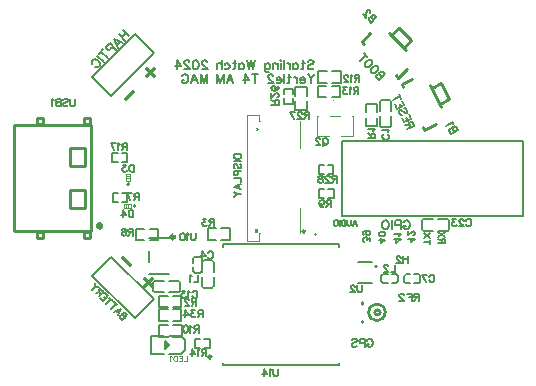
<source format=gbo>
G04 Layer: BottomSilkscreenLayer*
G04 Panelize: , Column: 1, Row: 1, Board Size: 43.14mm x 33.02mm, Panelized Board Size: 43.14mm x 33.02mm*
G04 EasyEDA v6.5.42, 2024-03-19 15:40:22*
G04 eeb97d59e02942aebf3b2853903f826f,9a4ed40c0dd746429eaf55b84663d2fb,10*
G04 Gerber Generator version 0.2*
G04 Scale: 100 percent, Rotated: No, Reflected: No *
G04 Dimensions in millimeters *
G04 leading zeros omitted , absolute positions ,4 integer and 5 decimal *
%FSLAX45Y45*%
%MOMM*%

%ADD10C,0.1270*%
%ADD11C,0.1524*%
%ADD12C,0.3000*%
%ADD13C,0.1000*%
%ADD14C,0.0500*%
%ADD15C,0.1520*%
%ADD16C,0.2540*%
%ADD17C,0.1250*%
%ADD18C,0.0100*%
%ADD19C,0.1500*%
%ADD20C,0.2500*%
%ADD21C,0.0137*%

%LPD*%
D10*
X1209073Y-634337D02*
G01*
X1212253Y-627974D01*
X1218618Y-621609D01*
X1224981Y-618426D01*
X1237708Y-618426D01*
X1244071Y-621609D01*
X1250436Y-627974D01*
X1253616Y-634337D01*
X1256799Y-643882D01*
X1256799Y-659790D01*
X1253616Y-669335D01*
X1250436Y-675700D01*
X1244071Y-682063D01*
X1237708Y-685246D01*
X1224981Y-685246D01*
X1218618Y-682063D01*
X1212253Y-675700D01*
X1209073Y-669335D01*
X1209073Y-659790D01*
X1224981Y-659790D02*
G01*
X1209073Y-659790D01*
X1188072Y-618426D02*
G01*
X1188072Y-685246D01*
X1188072Y-618426D02*
G01*
X1159436Y-618426D01*
X1149891Y-621609D01*
X1146708Y-624791D01*
X1143528Y-631154D01*
X1143528Y-640699D01*
X1146708Y-647064D01*
X1149891Y-650245D01*
X1159436Y-653427D01*
X1188072Y-653427D01*
X1077981Y-627974D02*
G01*
X1084346Y-621609D01*
X1093891Y-618426D01*
X1106617Y-618426D01*
X1116162Y-621609D01*
X1122527Y-627974D01*
X1122527Y-634337D01*
X1119344Y-640699D01*
X1116162Y-643882D01*
X1109799Y-647064D01*
X1090709Y-653427D01*
X1084346Y-656610D01*
X1081163Y-659790D01*
X1077981Y-666155D01*
X1077981Y-675700D01*
X1084346Y-682063D01*
X1093891Y-685246D01*
X1106617Y-685246D01*
X1116162Y-682063D01*
X1122527Y-675700D01*
D11*
X1361099Y1620199D02*
G01*
X1313853Y1572953D01*
X1361099Y1620199D02*
G01*
X1340850Y1640448D01*
X1331851Y1644949D01*
X1327353Y1644949D01*
X1320601Y1642699D01*
X1316103Y1638200D01*
X1313853Y1631449D01*
X1313853Y1626951D01*
X1318351Y1617952D01*
X1338602Y1597703D02*
G01*
X1318351Y1617952D01*
X1309352Y1622450D01*
X1304853Y1622450D01*
X1298102Y1620199D01*
X1291353Y1613451D01*
X1289103Y1606702D01*
X1289103Y1602201D01*
X1293604Y1593202D01*
X1313853Y1572953D01*
X1301254Y1680047D02*
G01*
X1303502Y1673298D01*
X1303502Y1664299D01*
X1301254Y1657548D01*
X1296753Y1648548D01*
X1285504Y1637299D01*
X1276504Y1632800D01*
X1269756Y1630550D01*
X1260756Y1630550D01*
X1254005Y1632800D01*
X1245006Y1641800D01*
X1242755Y1648548D01*
X1242755Y1657548D01*
X1245006Y1664299D01*
X1249507Y1673298D01*
X1260756Y1684548D01*
X1269756Y1689046D01*
X1276504Y1691297D01*
X1285504Y1691297D01*
X1292252Y1689046D01*
X1301254Y1680047D01*
X1250406Y1730895D02*
G01*
X1252656Y1724144D01*
X1252656Y1715145D01*
X1250406Y1708396D01*
X1245905Y1699397D01*
X1234655Y1688147D01*
X1225656Y1683646D01*
X1218907Y1681398D01*
X1209908Y1681398D01*
X1203159Y1683646D01*
X1194158Y1692645D01*
X1191910Y1699397D01*
X1191910Y1708396D01*
X1194158Y1715145D01*
X1198659Y1724144D01*
X1209908Y1735394D01*
X1218907Y1739894D01*
X1225656Y1742145D01*
X1234655Y1742145D01*
X1241407Y1739894D01*
X1250406Y1730895D01*
X1197310Y1783991D02*
G01*
X1150061Y1736745D01*
X1213058Y1768243D02*
G01*
X1181559Y1799742D01*
D10*
X705378Y1728810D02*
G01*
X712650Y1736084D01*
X723559Y1739719D01*
X738106Y1739719D01*
X749015Y1736084D01*
X756287Y1728810D01*
X756287Y1721538D01*
X752650Y1714266D01*
X749015Y1710629D01*
X741740Y1706993D01*
X719924Y1699719D01*
X712650Y1696085D01*
X709015Y1692447D01*
X705378Y1685175D01*
X705378Y1674266D01*
X712650Y1666993D01*
X723559Y1663357D01*
X738106Y1663357D01*
X749015Y1666993D01*
X756287Y1674266D01*
X670468Y1739719D02*
G01*
X670468Y1677903D01*
X666833Y1666993D01*
X659559Y1663357D01*
X652287Y1663357D01*
X681377Y1714266D02*
G01*
X655924Y1714266D01*
X584652Y1714266D02*
G01*
X584652Y1663357D01*
X584652Y1703357D02*
G01*
X591924Y1710629D01*
X599196Y1714266D01*
X610105Y1714266D01*
X617377Y1710629D01*
X624652Y1703357D01*
X628287Y1692447D01*
X628287Y1685175D01*
X624652Y1674266D01*
X617377Y1666993D01*
X610105Y1663357D01*
X599196Y1663357D01*
X591924Y1666993D01*
X584652Y1674266D01*
X560651Y1714266D02*
G01*
X560651Y1663357D01*
X560651Y1692447D02*
G01*
X557014Y1703357D01*
X549742Y1710629D01*
X542470Y1714266D01*
X531561Y1714266D01*
X507560Y1739719D02*
G01*
X507560Y1663357D01*
X483560Y1739719D02*
G01*
X479925Y1736084D01*
X476288Y1739719D01*
X479925Y1743356D01*
X483560Y1739719D01*
X479925Y1714266D02*
G01*
X479925Y1663357D01*
X452288Y1714266D02*
G01*
X452288Y1663357D01*
X452288Y1699719D02*
G01*
X441378Y1710629D01*
X434106Y1714266D01*
X423197Y1714266D01*
X415925Y1710629D01*
X412288Y1699719D01*
X412288Y1663357D01*
X344652Y1714266D02*
G01*
X344652Y1656085D01*
X348288Y1645175D01*
X351924Y1641538D01*
X359196Y1637903D01*
X370105Y1637903D01*
X377377Y1641538D01*
X344652Y1703357D02*
G01*
X351924Y1710629D01*
X359196Y1714266D01*
X370105Y1714266D01*
X377377Y1710629D01*
X384652Y1703357D01*
X388288Y1692447D01*
X388288Y1685175D01*
X384652Y1674266D01*
X377377Y1666993D01*
X370105Y1663357D01*
X359196Y1663357D01*
X351924Y1666993D01*
X344652Y1674266D01*
X264652Y1739719D02*
G01*
X246471Y1663357D01*
X228287Y1739719D02*
G01*
X246471Y1663357D01*
X228287Y1739719D02*
G01*
X210106Y1663357D01*
X191924Y1739719D02*
G01*
X210106Y1663357D01*
X124289Y1714266D02*
G01*
X124289Y1663357D01*
X124289Y1703357D02*
G01*
X131561Y1710629D01*
X138833Y1714266D01*
X149743Y1714266D01*
X157015Y1710629D01*
X164288Y1703357D01*
X167924Y1692447D01*
X167924Y1685175D01*
X164288Y1674266D01*
X157015Y1666993D01*
X149743Y1663357D01*
X138833Y1663357D01*
X131561Y1666993D01*
X124289Y1674266D01*
X89380Y1739719D02*
G01*
X89380Y1677903D01*
X85742Y1666993D01*
X78470Y1663357D01*
X71198Y1663357D01*
X100289Y1714266D02*
G01*
X74833Y1714266D01*
X3561Y1703357D02*
G01*
X10835Y1710629D01*
X18107Y1714266D01*
X29016Y1714266D01*
X36288Y1710629D01*
X43561Y1703357D01*
X47198Y1692447D01*
X47198Y1685175D01*
X43561Y1674266D01*
X36288Y1666993D01*
X29016Y1663357D01*
X18107Y1663357D01*
X10835Y1666993D01*
X3561Y1674266D01*
X-20439Y1739719D02*
G01*
X-20439Y1663357D01*
X-20439Y1699719D02*
G01*
X-31346Y1710629D01*
X-38620Y1714266D01*
X-49529Y1714266D01*
X-56802Y1710629D01*
X-60439Y1699719D01*
X-60439Y1663357D01*
X-144073Y1721538D02*
G01*
X-144073Y1725175D01*
X-147711Y1732447D01*
X-151345Y1736084D01*
X-158620Y1739719D01*
X-173164Y1739719D01*
X-180439Y1736084D01*
X-184073Y1732447D01*
X-187711Y1725175D01*
X-187711Y1717903D01*
X-184073Y1710629D01*
X-176801Y1699719D01*
X-140439Y1663357D01*
X-191345Y1663357D01*
X-237164Y1739719D02*
G01*
X-226255Y1736084D01*
X-218983Y1725175D01*
X-215346Y1706993D01*
X-215346Y1696085D01*
X-218983Y1677903D01*
X-226255Y1666993D01*
X-237164Y1663357D01*
X-244436Y1663357D01*
X-255346Y1666993D01*
X-262620Y1677903D01*
X-266255Y1696085D01*
X-266255Y1706993D01*
X-262620Y1725175D01*
X-255346Y1736084D01*
X-244436Y1739719D01*
X-237164Y1739719D01*
X-293893Y1721538D02*
G01*
X-293893Y1725175D01*
X-297527Y1732447D01*
X-301165Y1736084D01*
X-308437Y1739719D01*
X-322983Y1739719D01*
X-330255Y1736084D01*
X-333893Y1732447D01*
X-337527Y1725175D01*
X-337527Y1717903D01*
X-333893Y1710629D01*
X-326618Y1699719D01*
X-290255Y1663357D01*
X-341165Y1663357D01*
X-401528Y1739719D02*
G01*
X-365165Y1688810D01*
X-419709Y1688810D01*
X-401528Y1739719D02*
G01*
X-401528Y1663357D01*
X766498Y1622422D02*
G01*
X737407Y1586059D01*
X737407Y1546059D01*
X708317Y1622422D02*
G01*
X737407Y1586059D01*
X684316Y1575150D02*
G01*
X640679Y1575150D01*
X640679Y1582422D01*
X644316Y1589696D01*
X647954Y1593331D01*
X655226Y1596969D01*
X666135Y1596969D01*
X673407Y1593331D01*
X680679Y1586059D01*
X684316Y1575150D01*
X684316Y1567878D01*
X680679Y1556969D01*
X673407Y1549696D01*
X666135Y1546059D01*
X655226Y1546059D01*
X647954Y1549696D01*
X640679Y1556969D01*
X616681Y1596969D02*
G01*
X616681Y1546059D01*
X616681Y1575150D02*
G01*
X613044Y1586059D01*
X605772Y1593331D01*
X598498Y1596969D01*
X587588Y1596969D01*
X552681Y1622422D02*
G01*
X552681Y1560606D01*
X549043Y1549696D01*
X541771Y1546059D01*
X534498Y1546059D01*
X563590Y1596969D02*
G01*
X538134Y1596969D01*
X510498Y1622422D02*
G01*
X510498Y1546059D01*
X486498Y1575150D02*
G01*
X442861Y1575150D01*
X442861Y1582422D01*
X446498Y1589696D01*
X450136Y1593331D01*
X457408Y1596969D01*
X468317Y1596969D01*
X475589Y1593331D01*
X482861Y1586059D01*
X486498Y1575150D01*
X486498Y1567878D01*
X482861Y1556969D01*
X475589Y1549696D01*
X468317Y1546059D01*
X457408Y1546059D01*
X450136Y1549696D01*
X442861Y1556969D01*
X415226Y1604241D02*
G01*
X415226Y1607878D01*
X411589Y1615150D01*
X407954Y1618787D01*
X400679Y1622422D01*
X386135Y1622422D01*
X378863Y1618787D01*
X375226Y1615150D01*
X371589Y1607878D01*
X371589Y1600606D01*
X375226Y1593331D01*
X382498Y1582422D01*
X418863Y1546059D01*
X367954Y1546059D01*
X262498Y1622422D02*
G01*
X262498Y1546059D01*
X287954Y1622422D02*
G01*
X237045Y1622422D01*
X176682Y1622422D02*
G01*
X213045Y1571513D01*
X158498Y1571513D01*
X176682Y1622422D02*
G01*
X176682Y1546059D01*
X49408Y1622422D02*
G01*
X78498Y1546059D01*
X49408Y1622422D02*
G01*
X20317Y1546059D01*
X67589Y1571513D02*
G01*
X31226Y1571513D01*
X-3683Y1622422D02*
G01*
X-3683Y1546059D01*
X-3683Y1622422D02*
G01*
X-32773Y1546059D01*
X-61864Y1622422D02*
G01*
X-32773Y1546059D01*
X-61864Y1622422D02*
G01*
X-61864Y1546059D01*
X-141864Y1622422D02*
G01*
X-141864Y1546059D01*
X-141864Y1622422D02*
G01*
X-170954Y1546059D01*
X-200045Y1622422D02*
G01*
X-170954Y1546059D01*
X-200045Y1622422D02*
G01*
X-200045Y1546059D01*
X-253136Y1622422D02*
G01*
X-224045Y1546059D01*
X-253136Y1622422D02*
G01*
X-282227Y1546059D01*
X-234955Y1571513D02*
G01*
X-271317Y1571513D01*
X-360771Y1604241D02*
G01*
X-357136Y1611513D01*
X-349862Y1618787D01*
X-342590Y1622422D01*
X-328046Y1622422D01*
X-320771Y1618787D01*
X-313499Y1611513D01*
X-309862Y1604241D01*
X-306227Y1593331D01*
X-306227Y1575150D01*
X-309862Y1564241D01*
X-313499Y1556969D01*
X-320771Y1549696D01*
X-328046Y1546059D01*
X-342590Y1546059D01*
X-349862Y1549696D01*
X-357136Y1556969D01*
X-360771Y1564241D01*
X-360771Y1575150D01*
X-342590Y1575150D02*
G01*
X-360771Y1575150D01*
D11*
X1609732Y1185148D02*
G01*
X1549676Y1155857D01*
X1609732Y1185148D02*
G01*
X1597179Y1210886D01*
X1590136Y1218072D01*
X1585879Y1219537D01*
X1578767Y1219606D01*
X1573047Y1216817D01*
X1568724Y1211168D01*
X1567258Y1206914D01*
X1568582Y1196939D01*
X1581134Y1171201D01*
X1571370Y1191219D02*
G01*
X1530149Y1195895D01*
X1581000Y1244061D02*
G01*
X1520944Y1214770D01*
X1581000Y1244061D02*
G01*
X1562867Y1281239D01*
X1552402Y1230111D02*
G01*
X1541244Y1252989D01*
X1520944Y1214770D02*
G01*
X1502811Y1251945D01*
X1525557Y1335966D02*
G01*
X1534063Y1333035D01*
X1541109Y1325852D01*
X1546689Y1314411D01*
X1548013Y1304437D01*
X1545081Y1295928D01*
X1539364Y1293139D01*
X1532249Y1293207D01*
X1527992Y1294673D01*
X1522343Y1298999D01*
X1508257Y1313367D01*
X1502605Y1317693D01*
X1498353Y1319159D01*
X1491236Y1319227D01*
X1482658Y1315041D01*
X1479727Y1306535D01*
X1481053Y1296560D01*
X1486634Y1285120D01*
X1493674Y1277937D01*
X1502186Y1275006D01*
X1524929Y1359024D02*
G01*
X1464873Y1329733D01*
X1524929Y1359024D02*
G01*
X1506796Y1396202D01*
X1496331Y1345077D02*
G01*
X1485171Y1367955D01*
X1464873Y1329733D02*
G01*
X1446738Y1366911D01*
X1487827Y1435094D02*
G01*
X1427772Y1405806D01*
X1497589Y1415077D02*
G01*
X1478064Y1455112D01*
D10*
X1870443Y190799D02*
G01*
X1813168Y190799D01*
X1870443Y190799D02*
G01*
X1870443Y215346D01*
X1867715Y223527D01*
X1864987Y226253D01*
X1859534Y228980D01*
X1854078Y228980D01*
X1848624Y226253D01*
X1845896Y223527D01*
X1843168Y215346D01*
X1843168Y190799D01*
X1843168Y209890D02*
G01*
X1813168Y228980D01*
X1870443Y246981D02*
G01*
X1813168Y285163D01*
X1870443Y285163D02*
G01*
X1813168Y246981D01*
X1745343Y201190D02*
G01*
X1688068Y201190D01*
X1745343Y182100D02*
G01*
X1745343Y220281D01*
X1745343Y238282D02*
G01*
X1688068Y276463D01*
X1745343Y276463D02*
G01*
X1688068Y238282D01*
X1616341Y225272D02*
G01*
X1578160Y198000D01*
X1578160Y238909D01*
X1616341Y225272D02*
G01*
X1559067Y225272D01*
X1602704Y259636D02*
G01*
X1605432Y259636D01*
X1610885Y262364D01*
X1613613Y265092D01*
X1616341Y270545D01*
X1616341Y281454D01*
X1613613Y286910D01*
X1610885Y289636D01*
X1605432Y292364D01*
X1599976Y292364D01*
X1594523Y289636D01*
X1586341Y284182D01*
X1559067Y256910D01*
X1559067Y295092D01*
X1493039Y223474D02*
G01*
X1454858Y196202D01*
X1454858Y237111D01*
X1493039Y223474D02*
G01*
X1435765Y223474D01*
X1482130Y255112D02*
G01*
X1484858Y260565D01*
X1493039Y268747D01*
X1435765Y268747D01*
X1364340Y219870D02*
G01*
X1326159Y192598D01*
X1326159Y233507D01*
X1364340Y219870D02*
G01*
X1307066Y219870D01*
X1364340Y267870D02*
G01*
X1361612Y259689D01*
X1353431Y254233D01*
X1339794Y251508D01*
X1331612Y251508D01*
X1317975Y254233D01*
X1309794Y259689D01*
X1307066Y267870D01*
X1307066Y273324D01*
X1309794Y281508D01*
X1317975Y286961D01*
X1331612Y289689D01*
X1339794Y289689D01*
X1353431Y286961D01*
X1361612Y281508D01*
X1364340Y273324D01*
X1364340Y267870D01*
X1233540Y208854D02*
G01*
X1233540Y238853D01*
X1211722Y222491D01*
X1211722Y230672D01*
X1208994Y236128D01*
X1206266Y238853D01*
X1198084Y241581D01*
X1192631Y241581D01*
X1184450Y238853D01*
X1178994Y233400D01*
X1176266Y225219D01*
X1176266Y217037D01*
X1178994Y208854D01*
X1181722Y206128D01*
X1187175Y203400D01*
X1214450Y295036D02*
G01*
X1206266Y292310D01*
X1200812Y286854D01*
X1198084Y278673D01*
X1198084Y275945D01*
X1200812Y267764D01*
X1206266Y262310D01*
X1214450Y259582D01*
X1217175Y259582D01*
X1225359Y262310D01*
X1230812Y267764D01*
X1233540Y275945D01*
X1233540Y278673D01*
X1230812Y286854D01*
X1225359Y292310D01*
X1214450Y295036D01*
X1200812Y295036D01*
X1187175Y292310D01*
X1178994Y286854D01*
X1176266Y278673D01*
X1176266Y273217D01*
X1178994Y265036D01*
X1184450Y262310D01*
D12*
X-668688Y-170893D02*
G01*
X-610834Y-113040D01*
X-668688Y-113040D02*
G01*
X-610834Y-170893D01*
X-856693Y66804D02*
G01*
X-798840Y8950D01*
X-592294Y1604403D02*
G01*
X-650148Y1662264D01*
X-650148Y1604403D02*
G01*
X-592294Y1662264D01*
X-829995Y1416400D02*
G01*
X-772142Y1474251D01*
D11*
X1517449Y367644D02*
G01*
X1521086Y374916D01*
X1528358Y382191D01*
X1535633Y385826D01*
X1550177Y385826D01*
X1557449Y382191D01*
X1564723Y374916D01*
X1568358Y367644D01*
X1571995Y356735D01*
X1571995Y338554D01*
X1568358Y327644D01*
X1564723Y320372D01*
X1557449Y313100D01*
X1550177Y309463D01*
X1535633Y309463D01*
X1528358Y313100D01*
X1521086Y320372D01*
X1517449Y327644D01*
X1517449Y338554D01*
X1535633Y338554D02*
G01*
X1517449Y338554D01*
X1493451Y385826D02*
G01*
X1493451Y309463D01*
X1493451Y385826D02*
G01*
X1460723Y385826D01*
X1449814Y382191D01*
X1446176Y378553D01*
X1442542Y371281D01*
X1442542Y360372D01*
X1446176Y353100D01*
X1449814Y349463D01*
X1460723Y345826D01*
X1493451Y345826D01*
X1418541Y385826D02*
G01*
X1418541Y309463D01*
X1372722Y385826D02*
G01*
X1379997Y382191D01*
X1387269Y374916D01*
X1390906Y367644D01*
X1394541Y356735D01*
X1394541Y338554D01*
X1390906Y327644D01*
X1387269Y320372D01*
X1379997Y313100D01*
X1372722Y309463D01*
X1358178Y309463D01*
X1350906Y313100D01*
X1343632Y320372D01*
X1339997Y327644D01*
X1336360Y338554D01*
X1336360Y356735D01*
X1339997Y367644D01*
X1343632Y374916D01*
X1350906Y382191D01*
X1358178Y385826D01*
X1372722Y385826D01*
D10*
X1555854Y83195D02*
G01*
X1555854Y22583D01*
X1515445Y83195D02*
G01*
X1515445Y22583D01*
X1555854Y54333D02*
G01*
X1515445Y54333D01*
X1493509Y68762D02*
G01*
X1493509Y71650D01*
X1490621Y77424D01*
X1487736Y80309D01*
X1481963Y83195D01*
X1470418Y83195D01*
X1464645Y80309D01*
X1461759Y77424D01*
X1458871Y71650D01*
X1458871Y65877D01*
X1461759Y60104D01*
X1467530Y51445D01*
X1496395Y22583D01*
X1455986Y22583D01*
D11*
X-821192Y-418891D02*
G01*
X-861689Y-459389D01*
X-821192Y-418891D02*
G01*
X-838547Y-401535D01*
X-846261Y-397677D01*
X-850117Y-397677D01*
X-855903Y-399605D01*
X-859762Y-403463D01*
X-861689Y-409249D01*
X-861689Y-413105D01*
X-857831Y-420819D01*
X-840475Y-438175D02*
G01*
X-857831Y-420819D01*
X-865545Y-416963D01*
X-869403Y-416963D01*
X-875190Y-418891D01*
X-880973Y-424677D01*
X-882904Y-430461D01*
X-882904Y-434319D01*
X-879045Y-442033D01*
X-861689Y-459389D01*
X-876345Y-363738D02*
G01*
X-901415Y-419663D01*
X-876345Y-363738D02*
G01*
X-932271Y-388807D01*
X-893701Y-400377D02*
G01*
X-912987Y-381093D01*
X-918001Y-322082D02*
G01*
X-958499Y-362579D01*
X-904501Y-335582D02*
G01*
X-931499Y-308582D01*
X-957727Y-282356D02*
G01*
X-998225Y-322854D01*
X-944227Y-295854D02*
G01*
X-971227Y-268856D01*
X-983955Y-256128D02*
G01*
X-1024453Y-296626D01*
X-983955Y-256128D02*
G01*
X-1009025Y-231058D01*
X-1003239Y-275412D02*
G01*
X-1018666Y-259986D01*
X-1024453Y-296626D02*
G01*
X-1049522Y-271556D01*
X-1021753Y-218330D02*
G01*
X-1062250Y-258828D01*
X-1021753Y-218330D02*
G01*
X-1039108Y-200974D01*
X-1046822Y-197116D01*
X-1050678Y-197116D01*
X-1056464Y-199047D01*
X-1060322Y-202902D01*
X-1062250Y-208688D01*
X-1062250Y-212544D01*
X-1058392Y-220258D01*
X-1041036Y-237614D01*
X-1054536Y-224116D02*
G01*
X-1089248Y-231830D01*
X-1061478Y-178605D02*
G01*
X-1096190Y-182460D01*
X-1117404Y-203674D01*
X-1092334Y-147749D02*
G01*
X-1096190Y-182460D01*
D10*
X-1264079Y1412072D02*
G01*
X-1264079Y1368778D01*
X-1266964Y1360119D01*
X-1272738Y1354345D01*
X-1281396Y1351460D01*
X-1287170Y1351460D01*
X-1295829Y1354345D01*
X-1301602Y1360119D01*
X-1304488Y1368778D01*
X-1304488Y1412072D01*
X-1363946Y1403413D02*
G01*
X-1358173Y1409186D01*
X-1349514Y1412072D01*
X-1337970Y1412072D01*
X-1329311Y1409186D01*
X-1323538Y1403413D01*
X-1323538Y1397640D01*
X-1326423Y1391869D01*
X-1329311Y1388981D01*
X-1335084Y1386095D01*
X-1352402Y1380322D01*
X-1358173Y1377436D01*
X-1361061Y1374551D01*
X-1363946Y1368778D01*
X-1363946Y1360119D01*
X-1358173Y1354345D01*
X-1349514Y1351460D01*
X-1337970Y1351460D01*
X-1329311Y1354345D01*
X-1323538Y1360119D01*
X-1382996Y1412072D02*
G01*
X-1382996Y1351460D01*
X-1382996Y1412072D02*
G01*
X-1408973Y1412072D01*
X-1417634Y1409186D01*
X-1420520Y1406301D01*
X-1423405Y1400528D01*
X-1423405Y1394754D01*
X-1420520Y1388981D01*
X-1417634Y1386095D01*
X-1408973Y1383210D01*
X-1382996Y1383210D02*
G01*
X-1408973Y1383210D01*
X-1417634Y1380322D01*
X-1420520Y1377436D01*
X-1423405Y1371663D01*
X-1423405Y1363004D01*
X-1420520Y1357231D01*
X-1417634Y1354345D01*
X-1408973Y1351460D01*
X-1382996Y1351460D01*
X-1442455Y1400528D02*
G01*
X-1448229Y1403413D01*
X-1456888Y1412072D01*
X-1456888Y1351460D01*
D11*
X1105616Y388553D02*
G01*
X1123797Y340827D01*
X1105616Y388553D02*
G01*
X1087434Y340827D01*
X1116980Y356735D02*
G01*
X1094252Y356735D01*
X1072433Y388553D02*
G01*
X1072433Y354462D01*
X1070160Y347644D01*
X1065616Y343098D01*
X1058799Y340827D01*
X1054252Y340827D01*
X1047435Y343098D01*
X1042888Y347644D01*
X1040615Y354462D01*
X1040615Y388553D01*
X1025616Y388553D02*
G01*
X1025616Y340827D01*
X1025616Y388553D02*
G01*
X1009705Y388553D01*
X1002888Y386280D01*
X998344Y381736D01*
X996071Y377189D01*
X993797Y370372D01*
X993797Y359008D01*
X996071Y352191D01*
X998344Y347644D01*
X1002888Y343098D01*
X1009705Y340827D01*
X1025616Y340827D01*
X978799Y388553D02*
G01*
X978799Y340827D01*
X950160Y388553D02*
G01*
X954707Y386280D01*
X959251Y381736D01*
X961524Y377189D01*
X963797Y370372D01*
X963797Y359008D01*
X961524Y352191D01*
X959251Y347644D01*
X954707Y343098D01*
X950160Y340827D01*
X941070Y340827D01*
X936525Y343098D01*
X931979Y347644D01*
X929706Y352191D01*
X927435Y359008D01*
X927435Y370372D01*
X929706Y377189D01*
X931979Y381736D01*
X936525Y386280D01*
X941070Y388553D01*
X950160Y388553D01*
X-858680Y1995678D02*
G01*
X-804684Y1941682D01*
X-894679Y1959681D02*
G01*
X-840681Y1905683D01*
X-832967Y1969965D02*
G01*
X-868967Y1933968D01*
X-932220Y1922139D02*
G01*
X-857653Y1888713D01*
X-932220Y1922139D02*
G01*
X-898794Y1847573D01*
X-883366Y1898997D02*
G01*
X-909078Y1873285D01*
X-969761Y1884598D02*
G01*
X-915763Y1830603D01*
X-969761Y1884598D02*
G01*
X-992903Y1861456D01*
X-998044Y1851172D01*
X-998044Y1846028D01*
X-995474Y1838317D01*
X-987760Y1830603D01*
X-980046Y1828030D01*
X-974902Y1828030D01*
X-964618Y1833173D01*
X-941476Y1856315D01*
X-1040729Y1813631D02*
G01*
X-986731Y1759635D01*
X-1022731Y1831629D02*
G01*
X-1058727Y1795632D01*
X-1075697Y1778662D02*
G01*
X-1021702Y1724665D01*
X-1118382Y1710265D02*
G01*
X-1120952Y1717979D01*
X-1120952Y1728264D01*
X-1118382Y1735978D01*
X-1108097Y1746262D01*
X-1100383Y1748835D01*
X-1090096Y1748835D01*
X-1082382Y1746262D01*
X-1072098Y1741121D01*
X-1059240Y1728264D01*
X-1054100Y1717979D01*
X-1051526Y1710265D01*
X-1051526Y1699981D01*
X-1054100Y1692267D01*
X-1064384Y1681980D01*
X-1072098Y1679409D01*
X-1082382Y1679409D01*
X-1090096Y1681980D01*
D10*
X-234889Y-276697D02*
G01*
X-234889Y-337309D01*
X-234889Y-276697D02*
G01*
X-260865Y-276697D01*
X-269524Y-279582D01*
X-272412Y-282468D01*
X-275297Y-288241D01*
X-275297Y-294015D01*
X-272412Y-299788D01*
X-269524Y-302674D01*
X-260865Y-305559D01*
X-234889Y-305559D01*
X-255094Y-305559D02*
G01*
X-275297Y-337309D01*
X-297233Y-291129D02*
G01*
X-297233Y-288241D01*
X-300121Y-282468D01*
X-303006Y-279582D01*
X-308780Y-276697D01*
X-320324Y-276697D01*
X-326097Y-279582D01*
X-328983Y-282468D01*
X-331871Y-288241D01*
X-331871Y-294015D01*
X-328983Y-299788D01*
X-323212Y-308447D01*
X-294347Y-337309D01*
X-334756Y-337309D01*
X-182999Y-376001D02*
G01*
X-182999Y-436613D01*
X-182999Y-376001D02*
G01*
X-208975Y-376001D01*
X-217634Y-378886D01*
X-220522Y-381772D01*
X-223408Y-387545D01*
X-223408Y-393319D01*
X-220522Y-399092D01*
X-217634Y-401977D01*
X-208975Y-404863D01*
X-182999Y-404863D01*
X-203205Y-404863D02*
G01*
X-223408Y-436613D01*
X-248231Y-376001D02*
G01*
X-279981Y-376001D01*
X-262663Y-399092D01*
X-271322Y-399092D01*
X-277093Y-401977D01*
X-279981Y-404863D01*
X-282867Y-413522D01*
X-282867Y-419295D01*
X-279981Y-427954D01*
X-274208Y-433727D01*
X-265549Y-436613D01*
X-256890Y-436613D01*
X-248231Y-433727D01*
X-245343Y-430842D01*
X-242458Y-425069D01*
X-330781Y-376001D02*
G01*
X-301917Y-416410D01*
X-345213Y-416410D01*
X-330781Y-376001D02*
G01*
X-330781Y-436613D01*
X861235Y1084254D02*
G01*
X866960Y1081389D01*
X872688Y1075662D01*
X875553Y1069936D01*
X878415Y1061344D01*
X878415Y1047026D01*
X875553Y1038435D01*
X872688Y1032708D01*
X866960Y1026980D01*
X861235Y1024117D01*
X849779Y1024117D01*
X844052Y1026980D01*
X838324Y1032708D01*
X835461Y1038435D01*
X832596Y1047026D01*
X832596Y1061344D01*
X835461Y1069936D01*
X838324Y1075662D01*
X844052Y1081389D01*
X849779Y1084254D01*
X861235Y1084254D01*
X852642Y1035573D02*
G01*
X835461Y1018390D01*
X810834Y1069936D02*
G01*
X810834Y1072799D01*
X807971Y1078527D01*
X805106Y1081389D01*
X799378Y1084254D01*
X787925Y1084254D01*
X782198Y1081389D01*
X779332Y1078527D01*
X776470Y1072799D01*
X776470Y1067071D01*
X779332Y1061344D01*
X785060Y1052753D01*
X813696Y1024117D01*
X773607Y1024117D01*
X903759Y556011D02*
G01*
X903759Y495399D01*
X903759Y556011D02*
G01*
X877783Y556011D01*
X869124Y553125D01*
X866236Y550240D01*
X863351Y544466D01*
X863351Y538693D01*
X866236Y532919D01*
X869124Y530034D01*
X877783Y527149D01*
X903759Y527149D01*
X883554Y527149D02*
G01*
X863351Y495399D01*
X806777Y535807D02*
G01*
X809665Y527149D01*
X815436Y521375D01*
X824095Y518490D01*
X826983Y518490D01*
X835642Y521375D01*
X841415Y527149D01*
X844301Y535807D01*
X844301Y538693D01*
X841415Y547352D01*
X835642Y553125D01*
X826983Y556011D01*
X824095Y556011D01*
X815436Y553125D01*
X809665Y547352D01*
X806777Y535807D01*
X806777Y521375D01*
X809665Y506943D01*
X815436Y498284D01*
X824095Y495399D01*
X829868Y495399D01*
X838527Y498284D01*
X841415Y504057D01*
X460110Y1365214D02*
G01*
X399498Y1365214D01*
X460110Y1365214D02*
G01*
X460110Y1391191D01*
X457225Y1399849D01*
X454339Y1402737D01*
X448566Y1405623D01*
X442793Y1405623D01*
X437019Y1402737D01*
X434134Y1399849D01*
X431248Y1391191D01*
X431248Y1365214D01*
X431248Y1385420D02*
G01*
X399498Y1405623D01*
X445678Y1427558D02*
G01*
X448566Y1427558D01*
X454339Y1430446D01*
X457225Y1433332D01*
X460110Y1439105D01*
X460110Y1450649D01*
X457225Y1456423D01*
X454339Y1459308D01*
X448566Y1462196D01*
X442793Y1462196D01*
X437019Y1459308D01*
X428360Y1453537D01*
X399498Y1424673D01*
X399498Y1465082D01*
X451451Y1518770D02*
G01*
X457225Y1515882D01*
X460110Y1507223D01*
X460110Y1501449D01*
X457225Y1492791D01*
X448566Y1487020D01*
X434134Y1484132D01*
X419701Y1484132D01*
X408157Y1487020D01*
X402384Y1492791D01*
X399498Y1501449D01*
X399498Y1504337D01*
X402384Y1512996D01*
X408157Y1518770D01*
X416816Y1521655D01*
X419701Y1521655D01*
X428360Y1518770D01*
X434134Y1512996D01*
X437019Y1504337D01*
X437019Y1501449D01*
X434134Y1492791D01*
X428360Y1487020D01*
X419701Y1484132D01*
X954298Y763676D02*
G01*
X954298Y703064D01*
X954298Y763676D02*
G01*
X928321Y763676D01*
X919662Y760790D01*
X916774Y757905D01*
X913889Y752132D01*
X913889Y746358D01*
X916774Y740585D01*
X919662Y737699D01*
X928321Y734814D01*
X954298Y734814D01*
X934092Y734814D02*
G01*
X913889Y703064D01*
X891954Y749244D02*
G01*
X891954Y752132D01*
X889066Y757905D01*
X886180Y760790D01*
X880407Y763676D01*
X868862Y763676D01*
X863089Y760790D01*
X860204Y757905D01*
X857316Y752132D01*
X857316Y746358D01*
X860204Y740585D01*
X865974Y731926D01*
X894839Y703064D01*
X854430Y703064D01*
X820948Y763676D02*
G01*
X829607Y760790D01*
X832492Y755017D01*
X832492Y749244D01*
X829607Y743473D01*
X823833Y740585D01*
X812289Y737699D01*
X803630Y734814D01*
X797857Y729040D01*
X794971Y723267D01*
X794971Y714608D01*
X797857Y708835D01*
X800742Y705949D01*
X809404Y703064D01*
X820948Y703064D01*
X829607Y705949D01*
X832492Y708835D01*
X835380Y714608D01*
X835380Y723267D01*
X832492Y729040D01*
X826721Y734814D01*
X818062Y737699D01*
X806516Y740585D01*
X800742Y743473D01*
X797857Y749244D01*
X797857Y755017D01*
X800742Y760790D01*
X809404Y763676D01*
X820948Y763676D01*
X-764791Y856300D02*
G01*
X-764791Y796163D01*
X-764791Y856300D02*
G01*
X-784837Y856300D01*
X-793427Y853434D01*
X-799155Y847707D01*
X-802017Y841982D01*
X-804882Y833389D01*
X-804882Y819071D01*
X-802017Y810480D01*
X-799155Y804753D01*
X-793427Y799026D01*
X-784837Y796163D01*
X-764791Y796163D01*
X-829510Y856300D02*
G01*
X-861009Y856300D01*
X-843828Y833389D01*
X-852418Y833389D01*
X-858146Y830526D01*
X-861009Y827661D01*
X-863874Y819071D01*
X-863874Y813343D01*
X-861009Y804753D01*
X-855281Y799026D01*
X-846691Y796163D01*
X-838100Y796163D01*
X-829510Y799026D01*
X-826645Y801890D01*
X-823782Y807618D01*
X-769312Y473445D02*
G01*
X-769312Y413308D01*
X-769312Y473445D02*
G01*
X-789358Y473445D01*
X-797948Y470580D01*
X-803676Y464853D01*
X-806538Y459127D01*
X-809404Y450535D01*
X-809404Y436217D01*
X-806538Y427626D01*
X-803676Y421899D01*
X-797948Y416172D01*
X-789358Y413308D01*
X-769312Y413308D01*
X-856940Y473445D02*
G01*
X-828304Y433354D01*
X-871258Y433354D01*
X-856940Y473445D02*
G01*
X-856940Y413308D01*
D13*
X-311099Y-760442D02*
G01*
X-311099Y-808169D01*
X-311099Y-808169D02*
G01*
X-338371Y-808169D01*
X-353372Y-760442D02*
G01*
X-353372Y-808169D01*
X-353372Y-760442D02*
G01*
X-382917Y-760442D01*
X-353372Y-783170D02*
G01*
X-371553Y-783170D01*
X-353372Y-808169D02*
G01*
X-382917Y-808169D01*
X-397916Y-760442D02*
G01*
X-397916Y-808169D01*
X-397916Y-760442D02*
G01*
X-413826Y-760442D01*
X-420644Y-762716D01*
X-425190Y-767260D01*
X-427461Y-771806D01*
X-429734Y-778624D01*
X-429734Y-789988D01*
X-427461Y-796805D01*
X-425190Y-801352D01*
X-420644Y-805898D01*
X-413826Y-808169D01*
X-397916Y-808169D01*
X-444736Y-769533D02*
G01*
X-449280Y-767260D01*
X-456097Y-760442D01*
X-456097Y-808169D01*
D10*
X-240362Y274921D02*
G01*
X-240362Y231487D01*
X-243156Y222851D01*
X-248998Y217263D01*
X-257634Y214215D01*
X-263476Y214215D01*
X-272112Y217263D01*
X-277700Y222851D01*
X-280748Y231487D01*
X-280748Y274921D01*
X-299798Y263237D02*
G01*
X-305640Y266285D01*
X-314276Y274921D01*
X-314276Y214215D01*
X-350598Y274921D02*
G01*
X-341962Y272127D01*
X-336120Y263237D01*
X-333326Y249013D01*
X-333326Y240377D01*
X-336120Y225899D01*
X-341962Y217263D01*
X-350598Y214215D01*
X-356440Y214215D01*
X-365076Y217263D01*
X-370664Y225899D01*
X-373712Y240377D01*
X-373712Y249013D01*
X-370664Y263237D01*
X-365076Y272127D01*
X-356440Y274921D01*
X-350598Y274921D01*
X-722833Y613757D02*
G01*
X-722833Y553145D01*
X-722833Y613757D02*
G01*
X-748809Y613757D01*
X-757468Y610872D01*
X-760356Y607987D01*
X-763242Y602213D01*
X-763242Y596440D01*
X-760356Y590666D01*
X-757468Y587781D01*
X-748809Y584895D01*
X-722833Y584895D01*
X-743038Y584895D02*
G01*
X-763242Y553145D01*
X-822700Y613757D02*
G01*
X-793838Y553145D01*
X-782292Y613757D02*
G01*
X-822700Y613757D01*
X-825649Y1037269D02*
G01*
X-825649Y976657D01*
X-825649Y1037269D02*
G01*
X-851626Y1037269D01*
X-860285Y1034384D01*
X-863173Y1031499D01*
X-866058Y1025725D01*
X-866058Y1019952D01*
X-863173Y1014178D01*
X-860285Y1011293D01*
X-851626Y1008407D01*
X-825649Y1008407D01*
X-845855Y1008407D02*
G01*
X-866058Y976657D01*
X-885108Y1025725D02*
G01*
X-890882Y1028611D01*
X-899540Y1037269D01*
X-899540Y976657D01*
X-958999Y1037269D02*
G01*
X-930135Y976657D01*
X-918590Y1037269D02*
G01*
X-958999Y1037269D01*
X82054Y944072D02*
G01*
X142666Y944072D01*
X82054Y944072D02*
G01*
X82054Y923866D01*
X84940Y915207D01*
X90713Y909436D01*
X96486Y906548D01*
X105145Y903663D01*
X119575Y903663D01*
X128236Y906548D01*
X134007Y909436D01*
X139781Y915207D01*
X142666Y923866D01*
X142666Y944072D01*
X82054Y884613D02*
G01*
X142666Y884613D01*
X90713Y825154D02*
G01*
X84940Y830927D01*
X82054Y839586D01*
X82054Y851131D01*
X84940Y859789D01*
X90713Y865563D01*
X96486Y865563D01*
X102257Y862677D01*
X105145Y859789D01*
X108031Y854016D01*
X113804Y836698D01*
X116690Y830927D01*
X119575Y828039D01*
X125349Y825154D01*
X134007Y825154D01*
X139781Y830927D01*
X142666Y839586D01*
X142666Y851131D01*
X139781Y859789D01*
X134007Y865563D01*
X82054Y806104D02*
G01*
X142666Y806104D01*
X82054Y806104D02*
G01*
X82054Y780127D01*
X84940Y771466D01*
X87825Y768581D01*
X93599Y765695D01*
X102257Y765695D01*
X108031Y768581D01*
X110916Y771466D01*
X113804Y780127D01*
X113804Y806104D01*
X82054Y746645D02*
G01*
X142666Y746645D01*
X142666Y746645D02*
G01*
X142666Y712007D01*
X82054Y669866D02*
G01*
X142666Y692957D01*
X82054Y669866D02*
G01*
X142666Y646777D01*
X122463Y684298D02*
G01*
X122463Y655436D01*
X82054Y627727D02*
G01*
X110916Y604636D01*
X142666Y604636D01*
X82054Y581545D02*
G01*
X110916Y604636D01*
D13*
X277101Y283809D02*
G01*
X258051Y296509D01*
X277101Y296509D02*
G01*
X258051Y283809D01*
X277101Y302605D02*
G01*
X258051Y315305D01*
X277101Y315305D02*
G01*
X258051Y302605D01*
D14*
X287007Y1161115D02*
G01*
X267957Y1153749D01*
X287007Y1161115D02*
G01*
X267957Y1168481D01*
X274307Y1156543D02*
G01*
X274307Y1165687D01*
D10*
X457456Y-872916D02*
G01*
X457459Y-916211D01*
X454571Y-924869D01*
X448797Y-930643D01*
X440138Y-933531D01*
X434365Y-933528D01*
X425706Y-930643D01*
X419933Y-924869D01*
X417047Y-916211D01*
X417047Y-872916D01*
X397997Y-884461D02*
G01*
X392224Y-881573D01*
X383565Y-872916D01*
X383565Y-933528D01*
X335650Y-872916D02*
G01*
X364515Y-913325D01*
X321221Y-913325D01*
X335650Y-872916D02*
G01*
X335650Y-933528D01*
X1652524Y-235412D02*
G01*
X1652524Y-302232D01*
X1652524Y-235412D02*
G01*
X1623888Y-235412D01*
X1614342Y-238594D01*
X1611160Y-241777D01*
X1607977Y-248140D01*
X1607977Y-254505D01*
X1611160Y-260868D01*
X1614342Y-264050D01*
X1623888Y-267230D01*
X1652524Y-267230D01*
X1630250Y-267230D02*
G01*
X1607977Y-302232D01*
X1586979Y-235412D02*
G01*
X1586979Y-302232D01*
X1586979Y-235412D02*
G01*
X1545615Y-235412D01*
X1586979Y-267230D02*
G01*
X1561523Y-267230D01*
X1521434Y-251322D02*
G01*
X1521434Y-248140D01*
X1518251Y-241777D01*
X1515069Y-238594D01*
X1508706Y-235412D01*
X1495978Y-235412D01*
X1489616Y-238594D01*
X1486433Y-241777D01*
X1483250Y-248140D01*
X1483250Y-254505D01*
X1486433Y-260868D01*
X1492796Y-270413D01*
X1524614Y-302232D01*
X1480070Y-302232D01*
X1166855Y-165788D02*
G01*
X1166855Y-208744D01*
X1163993Y-217335D01*
X1158265Y-223062D01*
X1149675Y-225925D01*
X1143947Y-225925D01*
X1135354Y-223062D01*
X1129629Y-217335D01*
X1126764Y-208744D01*
X1126764Y-165788D01*
X1105001Y-180106D02*
G01*
X1105001Y-177243D01*
X1102136Y-171516D01*
X1099273Y-168653D01*
X1093546Y-165788D01*
X1082093Y-165788D01*
X1076365Y-168653D01*
X1073500Y-171516D01*
X1070637Y-177243D01*
X1070637Y-182971D01*
X1073500Y-188699D01*
X1079228Y-197289D01*
X1107864Y-225925D01*
X1067772Y-225925D01*
X1443667Y9773D02*
G01*
X1443667Y-50363D01*
X1443667Y-50363D02*
G01*
X1409303Y-50363D01*
X1387541Y-4544D02*
G01*
X1387541Y-1681D01*
X1384675Y4046D01*
X1381813Y6908D01*
X1376085Y9773D01*
X1364630Y9773D01*
X1358905Y6908D01*
X1356039Y4046D01*
X1353177Y-1681D01*
X1353177Y-7409D01*
X1356039Y-13136D01*
X1361767Y-21727D01*
X1390403Y-50363D01*
X1350312Y-50363D01*
X1143767Y1616905D02*
G01*
X1143767Y1556293D01*
X1143767Y1616905D02*
G01*
X1117790Y1616905D01*
X1109131Y1614020D01*
X1106243Y1611132D01*
X1103358Y1605361D01*
X1103358Y1599587D01*
X1106243Y1593814D01*
X1109131Y1590929D01*
X1117790Y1588043D01*
X1143767Y1588043D01*
X1123561Y1588043D02*
G01*
X1103358Y1556293D01*
X1084308Y1605361D02*
G01*
X1078534Y1608246D01*
X1069875Y1616905D01*
X1069875Y1556293D01*
X1047940Y1602473D02*
G01*
X1047940Y1605361D01*
X1045052Y1611132D01*
X1042167Y1614020D01*
X1036393Y1616905D01*
X1024849Y1616905D01*
X1019075Y1614020D01*
X1016190Y1611132D01*
X1013302Y1605361D01*
X1013302Y1599587D01*
X1016190Y1593814D01*
X1021963Y1585155D01*
X1050825Y1556293D01*
X1010417Y1556293D01*
X2047999Y382371D02*
G01*
X2050884Y388145D01*
X2056658Y393918D01*
X2062429Y396803D01*
X2073976Y396803D01*
X2079749Y393918D01*
X2085520Y388145D01*
X2088408Y382371D01*
X2091293Y373712D01*
X2091293Y359282D01*
X2088408Y350621D01*
X2085520Y344850D01*
X2079749Y339077D01*
X2073976Y336191D01*
X2062429Y336191D01*
X2056658Y339077D01*
X2050884Y344850D01*
X2047999Y350621D01*
X2026061Y382371D02*
G01*
X2026061Y385259D01*
X2023176Y391032D01*
X2020288Y393918D01*
X2014517Y396803D01*
X2002970Y396803D01*
X1997199Y393918D01*
X1994311Y391032D01*
X1991426Y385259D01*
X1991426Y379486D01*
X1994311Y373712D01*
X2000084Y365053D01*
X2028949Y336191D01*
X1988538Y336191D01*
X1963717Y396803D02*
G01*
X1931967Y396803D01*
X1949284Y373712D01*
X1940626Y373712D01*
X1934852Y370827D01*
X1931967Y367941D01*
X1929079Y359282D01*
X1929079Y353509D01*
X1931967Y344850D01*
X1937738Y339077D01*
X1946399Y336191D01*
X1955058Y336191D01*
X1963717Y339077D01*
X1966602Y341962D01*
X1969488Y347736D01*
X-139306Y107551D02*
G01*
X-136420Y113324D01*
X-130647Y119098D01*
X-124876Y121983D01*
X-113329Y121983D01*
X-107556Y119098D01*
X-101785Y113324D01*
X-98897Y107551D01*
X-96011Y98892D01*
X-96011Y84462D01*
X-98897Y75801D01*
X-101785Y70030D01*
X-107556Y64256D01*
X-113329Y61371D01*
X-124876Y61371D01*
X-130647Y64256D01*
X-136420Y70030D01*
X-139306Y75801D01*
X-187220Y121983D02*
G01*
X-158356Y81574D01*
X-201653Y81574D01*
X-187220Y121983D02*
G01*
X-187220Y61371D01*
X1736483Y-91051D02*
G01*
X1739369Y-85277D01*
X1745142Y-79504D01*
X1750913Y-76619D01*
X1762460Y-76619D01*
X1768233Y-79504D01*
X1774004Y-85277D01*
X1776892Y-91051D01*
X1779777Y-99710D01*
X1779777Y-114139D01*
X1776892Y-122801D01*
X1774004Y-128572D01*
X1768233Y-134345D01*
X1762460Y-137231D01*
X1750913Y-137231D01*
X1745142Y-134345D01*
X1739369Y-128572D01*
X1736483Y-122801D01*
X1677022Y-76619D02*
G01*
X1705886Y-137231D01*
X1717433Y-76619D02*
G01*
X1677022Y-76619D01*
X-270395Y-224848D02*
G01*
X-267507Y-219075D01*
X-261736Y-213301D01*
X-255963Y-210418D01*
X-244419Y-210418D01*
X-238643Y-213304D01*
X-232872Y-219077D01*
X-229984Y-224850D01*
X-227098Y-233509D01*
X-227098Y-247939D01*
X-229984Y-256600D01*
X-232872Y-262371D01*
X-238643Y-268145D01*
X-244416Y-271028D01*
X-255965Y-271028D01*
X-261734Y-268145D01*
X-267507Y-262371D01*
X-270395Y-256600D01*
X-289443Y-221960D02*
G01*
X-295216Y-219077D01*
X-303875Y-210418D01*
X-303875Y-271028D01*
X-328698Y-210418D02*
G01*
X-360451Y-210418D01*
X-343133Y-233507D01*
X-351790Y-233507D01*
X-357563Y-236395D01*
X-360448Y-239278D01*
X-363334Y-247937D01*
X-363336Y-253712D01*
X-360451Y-262371D01*
X-354675Y-268145D01*
X-346016Y-271030D01*
X-337357Y-271028D01*
X-328698Y-268142D01*
X-325815Y-265259D01*
X-322925Y-259483D01*
X-150312Y-705413D02*
G01*
X-150312Y-766025D01*
X-150312Y-705413D02*
G01*
X-176288Y-705413D01*
X-184947Y-708299D01*
X-187835Y-711184D01*
X-190720Y-716958D01*
X-190720Y-722731D01*
X-187835Y-728505D01*
X-184947Y-731390D01*
X-176288Y-734275D01*
X-150312Y-734275D01*
X-170517Y-734275D02*
G01*
X-190720Y-766025D01*
X-209770Y-716958D02*
G01*
X-215544Y-714072D01*
X-224203Y-705413D01*
X-224203Y-766025D01*
X-272117Y-705413D02*
G01*
X-243253Y-745822D01*
X-286547Y-745822D01*
X-272117Y-705413D02*
G01*
X-272117Y-766025D01*
X-219900Y-76301D02*
G01*
X-219900Y-136913D01*
X-219900Y-136913D02*
G01*
X-254535Y-136913D01*
X-273585Y-87845D02*
G01*
X-279359Y-84960D01*
X-288018Y-76301D01*
X-288018Y-136913D01*
X-85854Y397583D02*
G01*
X-85852Y336971D01*
X-85854Y397583D02*
G01*
X-111828Y397586D01*
X-120489Y394698D01*
X-123375Y391812D01*
X-126263Y386039D01*
X-126260Y380265D01*
X-123375Y374492D01*
X-120487Y371607D01*
X-111828Y368721D01*
X-85852Y368721D01*
X-106057Y368721D02*
G01*
X-126260Y336969D01*
X-151084Y397586D02*
G01*
X-182834Y397586D01*
X-165516Y374495D01*
X-174175Y374492D01*
X-179946Y371607D01*
X-182834Y368719D01*
X-185719Y360062D01*
X-185719Y354289D01*
X-182834Y345627D01*
X-177060Y339857D01*
X-168402Y336971D01*
X-159743Y336969D01*
X-151084Y339857D01*
X-148198Y342742D01*
X-145310Y348515D01*
X719719Y1302113D02*
G01*
X719719Y1241501D01*
X719719Y1302113D02*
G01*
X693742Y1302113D01*
X685083Y1299227D01*
X682195Y1296339D01*
X679310Y1290568D01*
X679310Y1284795D01*
X682195Y1279022D01*
X685083Y1276136D01*
X693742Y1273251D01*
X719719Y1273251D01*
X699513Y1273251D02*
G01*
X679310Y1241501D01*
X657374Y1287680D02*
G01*
X657374Y1290568D01*
X654486Y1296339D01*
X651601Y1299227D01*
X645828Y1302113D01*
X634283Y1302113D01*
X628510Y1299227D01*
X625624Y1296339D01*
X622736Y1290568D01*
X622736Y1284795D01*
X625624Y1279022D01*
X631395Y1270363D01*
X660260Y1241501D01*
X619851Y1241501D01*
X560392Y1302113D02*
G01*
X589254Y1241501D01*
X600801Y1302113D02*
G01*
X560392Y1302113D01*
X1288475Y2102434D02*
G01*
X1245615Y2059576D01*
X1288475Y2102434D02*
G01*
X1270106Y2120803D01*
X1261943Y2124885D01*
X1257858Y2124885D01*
X1251737Y2122843D01*
X1247655Y2118761D01*
X1245615Y2112639D01*
X1245615Y2108558D01*
X1249697Y2100394D01*
X1268064Y2082025D02*
G01*
X1249697Y2100394D01*
X1241534Y2104476D01*
X1237452Y2104476D01*
X1231328Y2102434D01*
X1225204Y2096312D01*
X1223164Y2090188D01*
X1223164Y2086107D01*
X1227246Y2077946D01*
X1245615Y2059576D01*
X1234186Y2136315D02*
G01*
X1236225Y2138357D01*
X1238265Y2144478D01*
X1238265Y2148560D01*
X1236225Y2154681D01*
X1228062Y2162848D01*
X1221938Y2164890D01*
X1217856Y2164887D01*
X1211734Y2162848D01*
X1207653Y2158766D01*
X1205613Y2152642D01*
X1203571Y2142436D01*
X1203571Y2101618D01*
X1174996Y2130193D01*
X1136576Y1512036D02*
G01*
X1136576Y1451424D01*
X1136576Y1512036D02*
G01*
X1110599Y1512036D01*
X1101940Y1509151D01*
X1099052Y1506263D01*
X1096167Y1500492D01*
X1096167Y1494718D01*
X1099052Y1488945D01*
X1101940Y1486060D01*
X1110599Y1483174D01*
X1136576Y1483174D01*
X1116370Y1483174D02*
G01*
X1096167Y1451424D01*
X1077117Y1500492D02*
G01*
X1071344Y1503377D01*
X1062685Y1512036D01*
X1062685Y1451424D01*
X1037861Y1512036D02*
G01*
X1006111Y1512036D01*
X1023432Y1488945D01*
X1014773Y1488945D01*
X1008999Y1486060D01*
X1006111Y1483174D01*
X1003226Y1474515D01*
X1003226Y1468742D01*
X1006111Y1460083D01*
X1011885Y1454310D01*
X1020544Y1451424D01*
X1029202Y1451424D01*
X1037861Y1454310D01*
X1040749Y1457195D01*
X1043635Y1462968D01*
D11*
X1977029Y1147505D02*
G01*
X1918586Y1115110D01*
X1977029Y1147505D02*
G01*
X1963145Y1172550D01*
X1955733Y1179357D01*
X1951408Y1180597D01*
X1944298Y1180297D01*
X1938733Y1177211D01*
X1934712Y1171343D01*
X1933473Y1167018D01*
X1935314Y1157127D01*
X1949201Y1132080D02*
G01*
X1935314Y1157127D01*
X1927908Y1163932D01*
X1923580Y1165171D01*
X1916470Y1164869D01*
X1908124Y1160241D01*
X1904100Y1154374D01*
X1902861Y1150051D01*
X1904705Y1140157D01*
X1918586Y1115110D01*
X1934118Y1198661D02*
G01*
X1933818Y1205771D01*
X1937539Y1218747D01*
X1879097Y1186352D01*
D10*
X1384218Y1112398D02*
G01*
X1390058Y1109604D01*
X1395902Y1103762D01*
X1398694Y1097920D01*
X1398694Y1086490D01*
X1395900Y1080648D01*
X1390060Y1075060D01*
X1384218Y1072012D01*
X1375580Y1069218D01*
X1361102Y1069218D01*
X1352466Y1072012D01*
X1346624Y1075060D01*
X1341036Y1080648D01*
X1337988Y1086490D01*
X1337988Y1097920D01*
X1341036Y1103762D01*
X1346626Y1109604D01*
X1352468Y1112398D01*
X1387264Y1131450D02*
G01*
X1390058Y1137290D01*
X1398694Y1145926D01*
X1337988Y1145926D01*
X1275427Y1080993D02*
G01*
X1214719Y1080993D01*
X1275427Y1080993D02*
G01*
X1275427Y1106901D01*
X1272631Y1115534D01*
X1269583Y1118585D01*
X1263997Y1121379D01*
X1258155Y1121379D01*
X1252313Y1118585D01*
X1249519Y1115537D01*
X1246471Y1106901D01*
X1246471Y1080993D01*
X1246471Y1101059D02*
G01*
X1214721Y1121379D01*
X1263997Y1140429D02*
G01*
X1266791Y1146271D01*
X1275427Y1154907D01*
X1214721Y1154907D01*
X-770381Y314266D02*
G01*
X-770381Y253654D01*
X-770381Y314266D02*
G01*
X-796358Y314266D01*
X-805017Y311381D01*
X-807905Y308495D01*
X-810790Y302722D01*
X-810790Y296948D01*
X-807905Y291175D01*
X-805017Y288289D01*
X-796358Y285404D01*
X-770381Y285404D01*
X-790587Y285404D02*
G01*
X-810790Y253654D01*
X-864476Y305607D02*
G01*
X-861590Y311381D01*
X-852931Y314266D01*
X-847158Y314266D01*
X-838499Y311381D01*
X-832726Y302722D01*
X-829840Y288289D01*
X-829840Y273857D01*
X-832726Y262313D01*
X-838499Y256539D01*
X-847158Y253654D01*
X-850046Y253654D01*
X-858705Y256539D01*
X-864476Y262313D01*
X-867364Y270972D01*
X-867364Y273857D01*
X-864476Y282516D01*
X-858705Y288289D01*
X-850046Y291175D01*
X-847158Y291175D01*
X-838499Y288289D01*
X-832726Y282516D01*
X-829840Y273857D01*
X-213001Y-505315D02*
G01*
X-213001Y-565927D01*
X-213001Y-505315D02*
G01*
X-238978Y-505315D01*
X-247637Y-508200D01*
X-250525Y-511086D01*
X-253410Y-516859D01*
X-253410Y-522632D01*
X-250525Y-528406D01*
X-247637Y-531291D01*
X-238978Y-534177D01*
X-213001Y-534177D01*
X-233207Y-534177D02*
G01*
X-253410Y-565927D01*
X-272460Y-516859D02*
G01*
X-278234Y-513974D01*
X-286893Y-505315D01*
X-286893Y-565927D01*
X-323260Y-505315D02*
G01*
X-314601Y-508200D01*
X-308828Y-516859D01*
X-305943Y-531291D01*
X-305943Y-539950D01*
X-308828Y-554382D01*
X-314601Y-563041D01*
X-323260Y-565927D01*
X-329034Y-565927D01*
X-337693Y-563041D01*
X-343466Y-554382D01*
X-346351Y-539950D01*
X-346351Y-531291D01*
X-343466Y-516859D01*
X-337693Y-508200D01*
X-329034Y-505315D01*
X-323260Y-505315D01*
D15*
X-1118359Y-84002D02*
G01*
X-759150Y-443212D01*
X-597507Y-281569D01*
X-956716Y77640D01*
X-1118359Y-84002D01*
D16*
X-1777311Y296892D02*
G01*
X-1127300Y296892D01*
X-1127300Y1190896D01*
X-1777311Y1190896D01*
X-1777311Y296892D01*
X-1589224Y235882D02*
G01*
X-1538424Y235882D01*
X-1538424Y286682D01*
X-1589224Y286682D01*
X-1589224Y235882D01*
X-1589199Y1201082D02*
G01*
X-1538399Y1201082D01*
X-1538399Y1251882D01*
X-1589199Y1251882D01*
X-1589199Y1201082D01*
X-1185339Y1201082D02*
G01*
X-1134539Y1201082D01*
X-1134539Y1251882D01*
X-1185339Y1251882D01*
X-1185339Y1201082D01*
X-1185339Y235882D02*
G01*
X-1134539Y235882D01*
X-1134539Y286682D01*
X-1185339Y286682D01*
X-1185339Y235882D01*
X-1309824Y489882D02*
G01*
X-1182824Y489882D01*
X-1182824Y642282D01*
X-1309824Y642282D01*
X-1309824Y489882D01*
X-1309824Y845482D02*
G01*
X-1182824Y845482D01*
X-1182824Y997882D01*
X-1309824Y997882D01*
X-1309824Y845482D01*
D15*
X993195Y1055199D02*
G01*
X993195Y420199D01*
X2529895Y420199D01*
X2529895Y1055199D01*
X993195Y1055199D01*
X-758614Y1960521D02*
G01*
X-1117823Y1601312D01*
X-956180Y1439669D01*
X-596971Y1798878D01*
X-758614Y1960521D01*
D11*
X-478919Y-251940D02*
G01*
X-550722Y-251940D01*
X-550722Y-351660D01*
X-478919Y-351660D01*
X-433677Y-251940D02*
G01*
X-361873Y-251940D01*
X-361873Y-351660D01*
X-433677Y-351660D01*
X-433377Y-469259D02*
G01*
X-361574Y-469259D01*
X-361574Y-369539D01*
X-433377Y-369539D01*
X-478619Y-469259D02*
G01*
X-550423Y-469259D01*
X-550423Y-369539D01*
X-478619Y-369539D01*
D17*
X792634Y1266697D02*
G01*
X786897Y1266697D01*
X786897Y1101597D01*
X982629Y1266697D02*
G01*
X895964Y1266697D01*
X990963Y1101597D02*
G01*
X1091697Y1101597D01*
X1091697Y1266697D01*
X1085956Y1266697D01*
X786897Y1101597D02*
G01*
X887630Y1101597D01*
D11*
X881517Y652559D02*
G01*
X927069Y652559D01*
X927069Y574438D01*
X881517Y574438D01*
X848278Y652559D02*
G01*
X802726Y652559D01*
X802726Y574438D01*
X848278Y574438D01*
X502739Y1450317D02*
G01*
X502739Y1495869D01*
X580859Y1495869D01*
X580859Y1450317D01*
X502739Y1417078D02*
G01*
X502739Y1371526D01*
X580859Y1371526D01*
X580859Y1417078D01*
X878217Y857458D02*
G01*
X923770Y857458D01*
X923770Y779338D01*
X878217Y779338D01*
X844979Y857458D02*
G01*
X799426Y857458D01*
X799426Y779338D01*
X844979Y779338D01*
D18*
X-827453Y719904D02*
G01*
X-797455Y719904D01*
X-797455Y779899D01*
X-827453Y779899D01*
X-827453Y719904D01*
X-827453Y741164D02*
G01*
X-797455Y741164D01*
X-797455Y758664D01*
X-827453Y758664D01*
X-827453Y741164D01*
X-791613Y491583D02*
G01*
X-791613Y521581D01*
X-851608Y521581D01*
X-851608Y491583D01*
X-791613Y491583D01*
X-812873Y491583D02*
G01*
X-812873Y521581D01*
X-830374Y521581D01*
X-830374Y491583D01*
X-812873Y491583D01*
D19*
X-505038Y-703447D02*
G01*
X-504047Y-703447D01*
X-471037Y-670445D01*
X-505038Y-635444D02*
G01*
X-505038Y-636445D01*
X-471037Y-670445D01*
X-505038Y-635444D02*
G01*
X-505038Y-703447D01*
X-507042Y-595442D02*
G01*
X-622048Y-595442D01*
X-507042Y-745454D02*
G01*
X-622048Y-745454D01*
X-622048Y-595447D02*
G01*
X-622048Y-743445D01*
X-469041Y-745683D02*
G01*
X-364030Y-745683D01*
X-334035Y-705672D02*
G01*
X-334035Y-715675D01*
X-364030Y-745683D01*
X-334035Y-635680D02*
G01*
X-334035Y-705672D01*
X-334035Y-635680D02*
G01*
X-334035Y-625665D01*
X-364030Y-595670D01*
X-469041Y-595670D02*
G01*
X-364030Y-595670D01*
X-505038Y-670445D02*
G01*
X-471037Y-670445D01*
D11*
X-465043Y231868D02*
G01*
X-635284Y231868D01*
X-465043Y-73372D02*
G01*
X-635284Y-73372D01*
X-635284Y31607D02*
G01*
X-635284Y126888D01*
X-898936Y542439D02*
G01*
X-944488Y542439D01*
X-944488Y620560D01*
X-898936Y620560D01*
X-865698Y542439D02*
G01*
X-820145Y542439D01*
X-820145Y620560D01*
X-865698Y620560D01*
X-869254Y955332D02*
G01*
X-823701Y955332D01*
X-823701Y877211D01*
X-869254Y877211D01*
X-902492Y955332D02*
G01*
X-948044Y955332D01*
X-948044Y877211D01*
X-902492Y877211D01*
D17*
X638591Y273860D02*
G01*
X644116Y273860D01*
X644116Y487189D01*
X305259Y1223858D02*
G01*
X294116Y1223858D01*
X294116Y1273860D01*
X194116Y1273860D01*
X194116Y213857D01*
X644116Y1000516D02*
G01*
X644116Y1223858D01*
X638586Y1223858D01*
X194116Y213857D02*
G01*
X294116Y213857D01*
X294116Y273860D01*
X305262Y273860D01*
D11*
X-11463Y-819840D02*
G01*
X-11463Y-842611D01*
X-11463Y-842611D01*
X973777Y-842611D01*
X973777Y-842611D01*
X973777Y-819840D01*
X-11463Y159857D02*
G01*
X-11463Y182628D01*
X-11463Y182628D01*
X973777Y182628D01*
X973777Y182628D01*
X973777Y159857D01*
D16*
X1168145Y-310324D02*
G01*
X1168145Y-320885D01*
X1168145Y-467113D02*
G01*
X1168145Y-477674D01*
D11*
X1250950Y31803D02*
G01*
X1135710Y31803D01*
X1250950Y-143436D02*
G01*
X1135710Y-143436D01*
X1416921Y-69397D02*
G01*
X1453766Y-69397D01*
X1469006Y-84637D01*
X1469006Y-132278D01*
X1453766Y-147518D01*
X1416921Y-147518D01*
X1383682Y-69397D02*
G01*
X1346837Y-69397D01*
X1331597Y-84637D01*
X1331597Y-132278D01*
X1346837Y-147518D01*
X1383682Y-147518D01*
X913152Y1546136D02*
G01*
X984956Y1546136D01*
X984956Y1645856D01*
X913152Y1645856D01*
X867910Y1546136D02*
G01*
X796107Y1546136D01*
X796107Y1645856D01*
X867910Y1645856D01*
X1891426Y297837D02*
G01*
X1812416Y297837D01*
X1812416Y397558D02*
G01*
X1891426Y397558D01*
X1906666Y382318D02*
G01*
X1906666Y313077D01*
X1688165Y297837D02*
G01*
X1767174Y297837D01*
X1767174Y397558D02*
G01*
X1688165Y397558D01*
X1672925Y382318D02*
G01*
X1672925Y313077D01*
X-88440Y30231D02*
G01*
X-88440Y-48778D01*
X-188160Y-48778D02*
G01*
X-188160Y30231D01*
X-172920Y45471D02*
G01*
X-103680Y45471D01*
X-88440Y-173029D02*
G01*
X-88440Y-94020D01*
X-188160Y-94020D02*
G01*
X-188160Y-173029D01*
X-172920Y-188269D02*
G01*
X-103680Y-188269D01*
X1646298Y-149550D02*
G01*
X1609453Y-149550D01*
X1609453Y-71429D02*
G01*
X1646298Y-71429D01*
X1661538Y-86669D02*
G01*
X1661538Y-134310D01*
X1539369Y-149550D02*
G01*
X1576214Y-149550D01*
X1576214Y-71429D02*
G01*
X1539369Y-71429D01*
X1524129Y-86669D02*
G01*
X1524129Y-134310D01*
X-385269Y-225960D02*
G01*
X-464278Y-225960D01*
X-464278Y-126240D02*
G01*
X-385269Y-126240D01*
X-370029Y-141483D02*
G01*
X-370029Y-210718D01*
X-588530Y-225960D02*
G01*
X-509521Y-225960D01*
X-509521Y-126240D02*
G01*
X-588530Y-126240D01*
X-603770Y-141483D02*
G01*
X-603770Y-210718D01*
X-168038Y-619561D02*
G01*
X-122486Y-619561D01*
X-122486Y-697682D01*
X-168038Y-697682D01*
X-201277Y-619561D02*
G01*
X-246829Y-619561D01*
X-246829Y-697682D01*
X-201277Y-697682D01*
X-185938Y-8219D02*
G01*
X-185938Y-45064D01*
X-201178Y-60304D01*
X-248818Y-60304D01*
X-264058Y-45064D01*
X-264058Y-8219D01*
X-185938Y25019D02*
G01*
X-185938Y61864D01*
X-201178Y77104D01*
X-248818Y77104D01*
X-264058Y61864D01*
X-264058Y25019D01*
X-68341Y321640D02*
G01*
X-140144Y321640D01*
X-140144Y221919D01*
X-68341Y221919D01*
X-23098Y321640D02*
G01*
X48704Y321640D01*
X48704Y221919D01*
X-23098Y221919D01*
X602937Y1393974D02*
G01*
X602937Y1322171D01*
X702657Y1322171D01*
X702657Y1393974D01*
X602937Y1439217D02*
G01*
X602937Y1511020D01*
X702657Y1511020D01*
X702657Y1439217D01*
D16*
X1479100Y2014809D02*
G01*
X1416237Y1951946D01*
X1585168Y1908743D02*
G01*
X1522305Y1845878D01*
X1585168Y1908743D02*
G01*
X1479100Y2014809D01*
X1543083Y1825101D02*
G01*
X1395463Y1972726D01*
X1181821Y1881032D02*
G01*
X1163942Y1898914D01*
X1235786Y1970758D01*
X1545983Y1670296D02*
G01*
X1469273Y1593585D01*
X1451394Y1611464D01*
D11*
X865116Y1525206D02*
G01*
X793313Y1525206D01*
X793313Y1425486D01*
X865116Y1425486D01*
X910358Y1525206D02*
G01*
X982162Y1525206D01*
X982162Y1425486D01*
X910358Y1425486D01*
D16*
X1837928Y1545823D02*
G01*
X1758025Y1506855D01*
X1903686Y1411003D02*
G01*
X1823783Y1372034D01*
X1903686Y1411003D02*
G01*
X1837928Y1545823D01*
X1836663Y1345623D02*
G01*
X1745145Y1533265D01*
X1513296Y1516123D02*
G01*
X1502209Y1538848D01*
X1593527Y1583387D01*
X1789005Y1198305D02*
G01*
X1691500Y1150749D01*
X1680413Y1173474D01*
D11*
X1415445Y1390888D02*
G01*
X1415445Y1311879D01*
X1315725Y1311876D02*
G01*
X1315725Y1390888D01*
X1330965Y1406128D02*
G01*
X1400205Y1406128D01*
X1415445Y1187627D02*
G01*
X1415445Y1266639D01*
X1315725Y1266637D02*
G01*
X1315725Y1187627D01*
X1330965Y1172387D02*
G01*
X1400205Y1172387D01*
X1296065Y1300449D02*
G01*
X1296065Y1372252D01*
X1196345Y1372252D01*
X1196345Y1300446D01*
X1296065Y1255209D02*
G01*
X1296065Y1183403D01*
X1196345Y1183403D01*
X1196345Y1255207D01*
X-675576Y314368D02*
G01*
X-747379Y314368D01*
X-747379Y214647D01*
X-675576Y214647D01*
X-630334Y314368D02*
G01*
X-558530Y314368D01*
X-558530Y214647D01*
X-630334Y214647D01*
X-477420Y-501837D02*
G01*
X-549224Y-501837D01*
X-549224Y-601558D01*
X-477420Y-601558D01*
X-432178Y-501837D02*
G01*
X-360375Y-501837D01*
X-360375Y-601558D01*
X-432178Y-601558D01*
G75*
G01*
X1891426Y397558D02*
G02*
X1906666Y382318I0J-15240D01*
G75*
G01*
X1906666Y313078D02*
G02*
X1891426Y297838I-15240J0D01*
G75*
G01*
X1688165Y397558D02*
G03*
X1672925Y382318I0J-15240D01*
G75*
G01*
X1672925Y313078D02*
G03*
X1688165Y297838I15240J0D01*
G75*
G01*
X-188161Y30231D02*
G02*
X-172921Y45471I15240J0D01*
G75*
G01*
X-103680Y45471D02*
G02*
X-88440Y30231I0J-15240D01*
G75*
G01*
X-188161Y-173030D02*
G03*
X-172921Y-188270I15240J0D01*
G75*
G01*
X-103680Y-188270D02*
G03*
X-88440Y-173030I0J15240D01*
G75*
G01*
X1646298Y-71430D02*
G02*
X1661538Y-86670I0J-15240D01*
G75*
G01*
X1661538Y-134310D02*
G02*
X1646298Y-149550I-15240J0D01*
G75*
G01*
X1539370Y-71430D02*
G03*
X1524130Y-86670I0J-15240D01*
G75*
G01*
X1524130Y-134310D02*
G03*
X1539370Y-149550I15240J0D01*
G75*
G01*
X-385270Y-126241D02*
G02*
X-370030Y-141483I0J-15240D01*
G75*
G01*
X-370030Y-210718D02*
G02*
X-385270Y-225961I-15240J-3D01*
G75*
G01*
X-588531Y-126241D02*
G03*
X-603771Y-141483I0J-15240D01*
G75*
G01*
X-603771Y-210718D02*
G03*
X-588531Y-225961I15240J-3D01*
G75*
G01*
X1315725Y1390889D02*
G02*
X1330965Y1406129I15240J0D01*
G75*
G01*
X1400205Y1406129D02*
G02*
X1415445Y1390889I0J-15240D01*
G75*
G01*
X1315725Y1187628D02*
G03*
X1330965Y1172388I15240J0D01*
G75*
G01*
X1400205Y1172388D02*
G03*
X1415445Y1187628I0J15240D01*
D13*
G75*
G01
X779351Y264279D02*
G03X779351Y264279I-6604J0D01*
G75*
G01
X685371Y193921D02*
G03X685371Y193921I-5842J0D01*
D19*
G75*
G01
X-748942Y505960D02*
G03X-748942Y505960I-10008J0D01*
G75*
G01
X-801774Y691126D02*
G03X-801774Y691126I-10008J0D01*
D16*
G75*
G01
X-1035733Y337482D02*
G03X-1035733Y337482I-20091J0D01*
D17*
G75*
G01
X924309Y1400802D02*
G03X924309Y1400802I-5004J0D01*
D12*
G75*
G01
X-420850Y244340D02*
G03X-420850Y244340I-15011J0D01*
D16*
G75*
G01
X684406Y293870D02*
G03X684406Y293870I-10312J0D01*
D20*
G75*
G01
X-109344Y-770009D02*
G03X-109344Y-770009I-12497J0D01*
D16*
G75*
G01
X1363144Y-394012D02*
G03X1363144Y-394012I-70002J0D01*
G75*
G01
X1320498Y-394012D02*
G03X1320498Y-394012I-22352J0D01*
D19*
G75*
G01
X1295809Y-5824D02*
G03X1295809Y-5824I-7493J0D01*
M02*

</source>
